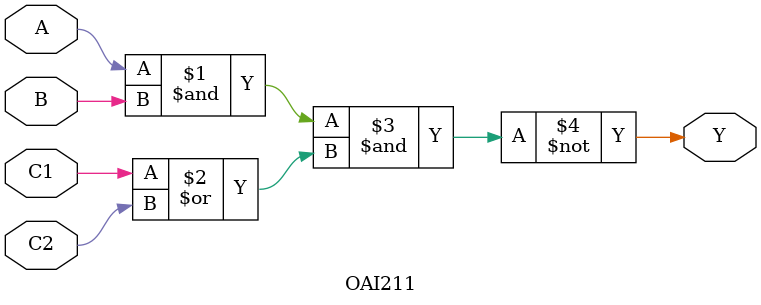
<source format=v>
module OAI211(
    output Y,
    input A,
    input B,
    input C1,
    input C2
);
    assign Y = ~(A & B & (C1 | C2));
endmodule
</source>
